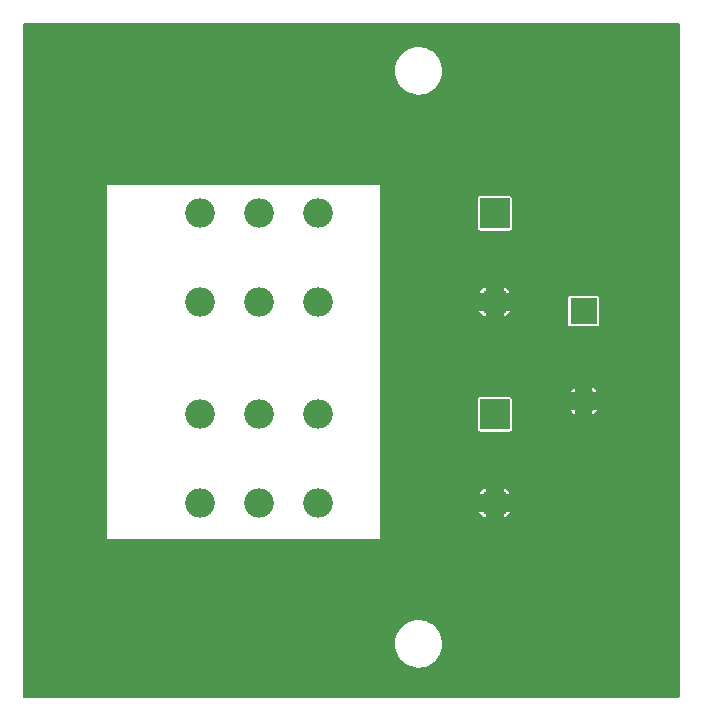
<source format=gbr>
%TF.GenerationSoftware,KiCad,Pcbnew,(6.0.0)*%
%TF.CreationDate,2024-03-29T19:30:21+00:00*%
%TF.ProjectId,Power_2Relais_TRX_PA,506f7765-725f-4325-9265-6c6169735f54,rev?*%
%TF.SameCoordinates,Original*%
%TF.FileFunction,Copper,L2,Bot*%
%TF.FilePolarity,Positive*%
%FSLAX46Y46*%
G04 Gerber Fmt 4.6, Leading zero omitted, Abs format (unit mm)*
G04 Created by KiCad (PCBNEW (6.0.0)) date 2024-03-29 19:30:21*
%MOMM*%
%LPD*%
G01*
G04 APERTURE LIST*
%TA.AperFunction,ComponentPad*%
%ADD10R,2.500000X2.500000*%
%TD*%
%TA.AperFunction,ComponentPad*%
%ADD11O,2.500000X2.500000*%
%TD*%
%TA.AperFunction,ComponentPad*%
%ADD12R,2.200000X2.200000*%
%TD*%
%TA.AperFunction,ComponentPad*%
%ADD13O,2.200000X2.200000*%
%TD*%
%TA.AperFunction,ViaPad*%
%ADD14C,1.000000*%
%TD*%
G04 APERTURE END LIST*
D10*
%TO.P,RL1,1*%
%TO.N,+*%
X164691500Y-75306500D03*
D11*
%TO.P,RL1,2*%
%TO.N,Net-(RL1-Pad2)*%
X149691500Y-75306500D03*
%TO.P,RL1,3*%
%TO.N,Ant.*%
X144691500Y-75306500D03*
%TO.P,RL1,4*%
%TO.N,PAoutput*%
X139691500Y-75306500D03*
%TO.P,RL1,5*%
X139691500Y-82806500D03*
%TO.P,RL1,6*%
%TO.N,Ant.*%
X144691500Y-82806500D03*
%TO.P,RL1,7*%
%TO.N,Net-(RL1-Pad2)*%
X149691500Y-82806500D03*
%TO.P,RL1,8*%
%TO.N,-*%
X164691500Y-82806500D03*
%TD*%
D10*
%TO.P,RL2,1*%
%TO.N,+*%
X164691500Y-92324500D03*
D11*
%TO.P,RL2,2*%
%TO.N,Net-(RL1-Pad2)*%
X149691500Y-92324500D03*
%TO.P,RL2,3*%
%TO.N,TRX*%
X144691500Y-92324500D03*
%TO.P,RL2,4*%
%TO.N,PAinput*%
X139691500Y-92324500D03*
%TO.P,RL2,5*%
X139691500Y-99824500D03*
%TO.P,RL2,6*%
%TO.N,TRX*%
X144691500Y-99824500D03*
%TO.P,RL2,7*%
%TO.N,Net-(RL1-Pad2)*%
X149691500Y-99824500D03*
%TO.P,RL2,8*%
%TO.N,-*%
X164691500Y-99824500D03*
%TD*%
D12*
%TO.P,D1,1,K*%
%TO.N,+*%
X172212000Y-83566000D03*
D13*
%TO.P,D1,2,A*%
%TO.N,-*%
X172212000Y-91186000D03*
%TD*%
D14*
%TO.N,-*%
X127000000Y-64770000D03*
X170180000Y-61214000D03*
X167640000Y-61214000D03*
X149860000Y-62992000D03*
X139700000Y-110744000D03*
X137160000Y-110744000D03*
X149860000Y-61214000D03*
X144780000Y-64770000D03*
X167640000Y-112268000D03*
X144780000Y-112522000D03*
X127000000Y-62992000D03*
X132334000Y-110744000D03*
X132334000Y-62992000D03*
X170180000Y-114046000D03*
X137160000Y-62992000D03*
X149860000Y-64770000D03*
X149860000Y-110744000D03*
X129794000Y-62992000D03*
X165100000Y-114046000D03*
X127000000Y-110744000D03*
X172720000Y-114046000D03*
X175260000Y-64770000D03*
X167640000Y-64770000D03*
X170180000Y-112268000D03*
X142240000Y-64770000D03*
X147320000Y-110744000D03*
X127000000Y-114300000D03*
X132334000Y-61214000D03*
X144780000Y-114300000D03*
X152400000Y-62992000D03*
X142240000Y-62992000D03*
X132334000Y-64770000D03*
X137160000Y-112522000D03*
X165100000Y-64770000D03*
X152400000Y-114300000D03*
X175260000Y-114046000D03*
X139700000Y-62992000D03*
X149860000Y-114300000D03*
X137160000Y-114300000D03*
X137160000Y-61214000D03*
X134620000Y-112522000D03*
X142240000Y-112522000D03*
X129794000Y-112522000D03*
X172720000Y-64770000D03*
X129794000Y-110744000D03*
X167640000Y-114046000D03*
X129794000Y-61214000D03*
X147320000Y-112522000D03*
X127000000Y-112522000D03*
X127000000Y-61214000D03*
X175260000Y-61214000D03*
X144780000Y-110744000D03*
X142240000Y-61214000D03*
X132334000Y-114300000D03*
X129794000Y-114300000D03*
X137160000Y-64770000D03*
X175260000Y-110744000D03*
X172720000Y-110744000D03*
X139700000Y-114300000D03*
X149860000Y-112522000D03*
X129794000Y-64770000D03*
X172720000Y-62992000D03*
X165100000Y-112268000D03*
X177800000Y-114046000D03*
X134620000Y-61214000D03*
X139700000Y-61214000D03*
X175260000Y-62992000D03*
X134620000Y-64770000D03*
X172720000Y-112268000D03*
X177800000Y-62992000D03*
X177800000Y-61214000D03*
X167640000Y-62992000D03*
X134620000Y-62992000D03*
X177800000Y-112268000D03*
X165100000Y-61214000D03*
X152400000Y-61214000D03*
X144780000Y-62992000D03*
X165100000Y-62992000D03*
X147320000Y-114300000D03*
X147320000Y-61214000D03*
X175260000Y-112268000D03*
X147320000Y-62992000D03*
X132334000Y-112522000D03*
X172720000Y-61214000D03*
X144780000Y-61214000D03*
X134620000Y-114300000D03*
X177800000Y-110744000D03*
X167640000Y-110744000D03*
X142240000Y-114300000D03*
X142240000Y-110744000D03*
X134620000Y-110744000D03*
X152400000Y-112522000D03*
X170180000Y-62992000D03*
X165100000Y-110744000D03*
X170180000Y-110744000D03*
X152400000Y-64770000D03*
X170180000Y-64770000D03*
X177800000Y-64770000D03*
X147320000Y-64770000D03*
X152400000Y-110744000D03*
X139700000Y-64770000D03*
X139700000Y-112522000D03*
%TD*%
%TA.AperFunction,Conductor*%
%TO.N,-*%
G36*
X180281621Y-59202502D02*
G01*
X180328114Y-59256158D01*
X180339500Y-59308500D01*
X180339500Y-116205500D01*
X180319498Y-116273621D01*
X180265842Y-116320114D01*
X180213500Y-116331500D01*
X124840500Y-116331500D01*
X124772379Y-116311498D01*
X124725886Y-116257842D01*
X124714500Y-116205500D01*
X124714500Y-111728497D01*
X156236637Y-111728497D01*
X156236881Y-111732932D01*
X156236881Y-111732936D01*
X156240105Y-111791503D01*
X156252205Y-112011370D01*
X156307474Y-112289226D01*
X156308950Y-112293429D01*
X156330181Y-112353885D01*
X156401342Y-112556524D01*
X156403395Y-112560477D01*
X156403398Y-112560483D01*
X156477360Y-112702865D01*
X156531936Y-112807928D01*
X156534519Y-112811543D01*
X156534523Y-112811549D01*
X156567176Y-112857242D01*
X156696651Y-113038424D01*
X156699729Y-113041651D01*
X156699731Y-113041653D01*
X156742355Y-113086334D01*
X156892199Y-113243412D01*
X157114680Y-113418801D01*
X157224927Y-113482837D01*
X157355807Y-113558859D01*
X157355813Y-113558862D01*
X157359654Y-113561093D01*
X157622232Y-113667448D01*
X157626545Y-113668519D01*
X157626550Y-113668521D01*
X157892856Y-113734672D01*
X157892861Y-113734673D01*
X157897177Y-113735745D01*
X157901605Y-113736199D01*
X157901607Y-113736199D01*
X157977307Y-113743955D01*
X158138790Y-113760500D01*
X158314170Y-113760500D01*
X158524593Y-113745601D01*
X158528948Y-113744663D01*
X158528951Y-113744663D01*
X158797200Y-113686911D01*
X158797202Y-113686911D01*
X158801547Y-113685975D01*
X159067337Y-113587920D01*
X159316660Y-113453393D01*
X159544540Y-113285078D01*
X159746430Y-113086334D01*
X159749131Y-113082794D01*
X159749137Y-113082788D01*
X159915602Y-112864667D01*
X159915605Y-112864663D01*
X159918304Y-112861126D01*
X160056730Y-112613947D01*
X160078946Y-112556524D01*
X160157341Y-112353885D01*
X160157343Y-112353879D01*
X160158948Y-112349730D01*
X160222918Y-112073747D01*
X160247363Y-111791503D01*
X160244140Y-111732936D01*
X160232040Y-111513073D01*
X160232039Y-111513066D01*
X160231795Y-111508630D01*
X160176526Y-111230774D01*
X160155279Y-111170270D01*
X160084136Y-110967684D01*
X160084135Y-110967681D01*
X160082658Y-110963476D01*
X160080605Y-110959523D01*
X160080602Y-110959517D01*
X159954116Y-110716023D01*
X159952064Y-110712072D01*
X159949481Y-110708457D01*
X159949477Y-110708451D01*
X159869858Y-110597037D01*
X159787349Y-110481576D01*
X159745028Y-110437212D01*
X159594876Y-110279811D01*
X159594873Y-110279808D01*
X159591801Y-110276588D01*
X159369320Y-110101199D01*
X159259073Y-110037163D01*
X159128193Y-109961141D01*
X159128187Y-109961138D01*
X159124346Y-109958907D01*
X158861768Y-109852552D01*
X158857455Y-109851481D01*
X158857450Y-109851479D01*
X158591144Y-109785328D01*
X158591139Y-109785327D01*
X158586823Y-109784255D01*
X158582395Y-109783801D01*
X158582393Y-109783801D01*
X158487552Y-109774084D01*
X158345210Y-109759500D01*
X158169830Y-109759500D01*
X157959407Y-109774399D01*
X157955052Y-109775337D01*
X157955049Y-109775337D01*
X157686800Y-109833089D01*
X157686798Y-109833089D01*
X157682453Y-109834025D01*
X157416663Y-109932080D01*
X157167340Y-110066607D01*
X156939460Y-110234922D01*
X156737570Y-110433666D01*
X156734869Y-110437206D01*
X156734863Y-110437212D01*
X156698237Y-110485204D01*
X156565696Y-110658874D01*
X156427270Y-110906053D01*
X156425662Y-110910211D01*
X156425659Y-110910216D01*
X156326659Y-111166115D01*
X156325052Y-111170270D01*
X156261082Y-111446253D01*
X156236637Y-111728497D01*
X124714500Y-111728497D01*
X124714500Y-102870000D01*
X131826000Y-102870000D01*
X154940000Y-102870000D01*
X154940000Y-100579239D01*
X163391641Y-100579239D01*
X163393890Y-100585471D01*
X163468389Y-100707041D01*
X163474189Y-100715025D01*
X163621515Y-100887521D01*
X163628479Y-100894485D01*
X163800975Y-101041811D01*
X163808959Y-101047611D01*
X163926053Y-101119367D01*
X163939666Y-101123050D01*
X163940162Y-101122452D01*
X163941500Y-101115969D01*
X163941500Y-101110718D01*
X165441500Y-101110718D01*
X165445473Y-101124249D01*
X165446239Y-101124359D01*
X165452471Y-101122110D01*
X165574041Y-101047611D01*
X165582025Y-101041811D01*
X165754521Y-100894485D01*
X165761485Y-100887521D01*
X165908811Y-100715025D01*
X165914611Y-100707041D01*
X165986367Y-100589947D01*
X165990050Y-100576334D01*
X165989452Y-100575838D01*
X165982969Y-100574500D01*
X165459615Y-100574500D01*
X165444376Y-100578975D01*
X165443171Y-100580365D01*
X165441500Y-100588048D01*
X165441500Y-101110718D01*
X163941500Y-101110718D01*
X163941500Y-100592615D01*
X163937025Y-100577376D01*
X163935635Y-100576171D01*
X163927952Y-100574500D01*
X163405282Y-100574500D01*
X163391751Y-100578473D01*
X163391641Y-100579239D01*
X154940000Y-100579239D01*
X154940000Y-99072666D01*
X163392950Y-99072666D01*
X163393548Y-99073162D01*
X163400031Y-99074500D01*
X163923385Y-99074500D01*
X163938624Y-99070025D01*
X163939829Y-99068635D01*
X163941500Y-99060952D01*
X163941500Y-99056385D01*
X165441500Y-99056385D01*
X165445975Y-99071624D01*
X165447365Y-99072829D01*
X165455048Y-99074500D01*
X165977718Y-99074500D01*
X165991249Y-99070527D01*
X165991359Y-99069761D01*
X165989110Y-99063529D01*
X165914611Y-98941959D01*
X165908811Y-98933975D01*
X165761485Y-98761479D01*
X165754521Y-98754515D01*
X165582025Y-98607189D01*
X165574041Y-98601389D01*
X165456947Y-98529633D01*
X165443334Y-98525950D01*
X165442838Y-98526548D01*
X165441500Y-98533031D01*
X165441500Y-99056385D01*
X163941500Y-99056385D01*
X163941500Y-98538282D01*
X163937527Y-98524751D01*
X163936761Y-98524641D01*
X163930529Y-98526890D01*
X163808959Y-98601389D01*
X163800975Y-98607189D01*
X163628479Y-98754515D01*
X163621515Y-98761479D01*
X163474189Y-98933975D01*
X163468389Y-98941959D01*
X163396633Y-99059053D01*
X163392950Y-99072666D01*
X154940000Y-99072666D01*
X154940000Y-93594248D01*
X163241000Y-93594248D01*
X163252633Y-93652731D01*
X163296948Y-93719052D01*
X163363269Y-93763367D01*
X163375438Y-93765788D01*
X163375439Y-93765788D01*
X163415684Y-93773793D01*
X163421752Y-93775000D01*
X165961248Y-93775000D01*
X165967316Y-93773793D01*
X166007561Y-93765788D01*
X166007562Y-93765788D01*
X166019731Y-93763367D01*
X166086052Y-93719052D01*
X166130367Y-93652731D01*
X166142000Y-93594248D01*
X166142000Y-91940741D01*
X171087982Y-91940741D01*
X171090228Y-91946965D01*
X171112934Y-91984019D01*
X171119012Y-91992323D01*
X171258025Y-92152804D01*
X171265387Y-92160014D01*
X171428736Y-92295628D01*
X171437183Y-92301543D01*
X171446359Y-92306905D01*
X171460046Y-92310301D01*
X171460965Y-92309145D01*
X171462000Y-92303849D01*
X171462000Y-92296158D01*
X172962000Y-92296158D01*
X172965751Y-92308931D01*
X172974284Y-92305511D01*
X173084742Y-92226722D01*
X173092603Y-92220078D01*
X173242995Y-92070210D01*
X173249672Y-92062365D01*
X173329903Y-91950712D01*
X173334290Y-91938208D01*
X173325273Y-91936000D01*
X172980115Y-91936000D01*
X172964876Y-91940475D01*
X172963671Y-91941865D01*
X172962000Y-91949548D01*
X172962000Y-92296158D01*
X171462000Y-92296158D01*
X171462000Y-91954115D01*
X171457525Y-91938876D01*
X171456135Y-91937671D01*
X171448452Y-91936000D01*
X171101623Y-91936000D01*
X171088092Y-91939973D01*
X171087982Y-91940741D01*
X166142000Y-91940741D01*
X166142000Y-91054752D01*
X166130367Y-90996269D01*
X166086052Y-90929948D01*
X166019731Y-90885633D01*
X166007562Y-90883212D01*
X166007561Y-90883212D01*
X165967316Y-90875207D01*
X165961248Y-90874000D01*
X163421752Y-90874000D01*
X163415684Y-90875207D01*
X163375439Y-90883212D01*
X163375438Y-90883212D01*
X163363269Y-90885633D01*
X163296948Y-90929948D01*
X163252633Y-90996269D01*
X163241000Y-91054752D01*
X163241000Y-93594248D01*
X154940000Y-93594248D01*
X154940000Y-90434046D01*
X171090495Y-90434046D01*
X171098918Y-90436000D01*
X171443885Y-90436000D01*
X171459124Y-90431525D01*
X171460329Y-90430135D01*
X171462000Y-90422452D01*
X171462000Y-90417885D01*
X172962000Y-90417885D01*
X172966475Y-90433124D01*
X172967865Y-90434329D01*
X172975548Y-90436000D01*
X173321408Y-90436000D01*
X173334918Y-90432033D01*
X173332112Y-90424544D01*
X173291246Y-90361375D01*
X173284955Y-90353206D01*
X173142068Y-90196176D01*
X173134535Y-90189151D01*
X172971995Y-90060785D01*
X172964093Y-90059027D01*
X172962714Y-90060852D01*
X172962000Y-90064756D01*
X172962000Y-90417885D01*
X171462000Y-90417885D01*
X171462000Y-90073974D01*
X171458374Y-90061626D01*
X171449306Y-90065390D01*
X171314098Y-90166907D01*
X171306391Y-90173750D01*
X171159709Y-90327243D01*
X171153223Y-90335253D01*
X171094707Y-90421034D01*
X171090495Y-90434046D01*
X154940000Y-90434046D01*
X154940000Y-84685748D01*
X170911500Y-84685748D01*
X170923133Y-84744231D01*
X170967448Y-84810552D01*
X171033769Y-84854867D01*
X171045938Y-84857288D01*
X171045939Y-84857288D01*
X171086184Y-84865293D01*
X171092252Y-84866500D01*
X173331748Y-84866500D01*
X173337816Y-84865293D01*
X173378061Y-84857288D01*
X173378062Y-84857288D01*
X173390231Y-84854867D01*
X173456552Y-84810552D01*
X173500867Y-84744231D01*
X173512500Y-84685748D01*
X173512500Y-82446252D01*
X173500867Y-82387769D01*
X173456552Y-82321448D01*
X173390231Y-82277133D01*
X173378062Y-82274712D01*
X173378061Y-82274712D01*
X173337816Y-82266707D01*
X173331748Y-82265500D01*
X171092252Y-82265500D01*
X171086184Y-82266707D01*
X171045939Y-82274712D01*
X171045938Y-82274712D01*
X171033769Y-82277133D01*
X170967448Y-82321448D01*
X170923133Y-82387769D01*
X170911500Y-82446252D01*
X170911500Y-84685748D01*
X154940000Y-84685748D01*
X154940000Y-83561239D01*
X163391641Y-83561239D01*
X163393890Y-83567471D01*
X163468389Y-83689041D01*
X163474189Y-83697025D01*
X163621515Y-83869521D01*
X163628479Y-83876485D01*
X163800975Y-84023811D01*
X163808959Y-84029611D01*
X163926053Y-84101367D01*
X163939666Y-84105050D01*
X163940162Y-84104452D01*
X163941500Y-84097969D01*
X163941500Y-84092718D01*
X165441500Y-84092718D01*
X165445473Y-84106249D01*
X165446239Y-84106359D01*
X165452471Y-84104110D01*
X165574041Y-84029611D01*
X165582025Y-84023811D01*
X165754521Y-83876485D01*
X165761485Y-83869521D01*
X165908811Y-83697025D01*
X165914611Y-83689041D01*
X165986367Y-83571947D01*
X165990050Y-83558334D01*
X165989452Y-83557838D01*
X165982969Y-83556500D01*
X165459615Y-83556500D01*
X165444376Y-83560975D01*
X165443171Y-83562365D01*
X165441500Y-83570048D01*
X165441500Y-84092718D01*
X163941500Y-84092718D01*
X163941500Y-83574615D01*
X163937025Y-83559376D01*
X163935635Y-83558171D01*
X163927952Y-83556500D01*
X163405282Y-83556500D01*
X163391751Y-83560473D01*
X163391641Y-83561239D01*
X154940000Y-83561239D01*
X154940000Y-82054666D01*
X163392950Y-82054666D01*
X163393548Y-82055162D01*
X163400031Y-82056500D01*
X163923385Y-82056500D01*
X163938624Y-82052025D01*
X163939829Y-82050635D01*
X163941500Y-82042952D01*
X163941500Y-82038385D01*
X165441500Y-82038385D01*
X165445975Y-82053624D01*
X165447365Y-82054829D01*
X165455048Y-82056500D01*
X165977718Y-82056500D01*
X165991249Y-82052527D01*
X165991359Y-82051761D01*
X165989110Y-82045529D01*
X165914611Y-81923959D01*
X165908811Y-81915975D01*
X165761485Y-81743479D01*
X165754521Y-81736515D01*
X165582025Y-81589189D01*
X165574041Y-81583389D01*
X165456947Y-81511633D01*
X165443334Y-81507950D01*
X165442838Y-81508548D01*
X165441500Y-81515031D01*
X165441500Y-82038385D01*
X163941500Y-82038385D01*
X163941500Y-81520282D01*
X163937527Y-81506751D01*
X163936761Y-81506641D01*
X163930529Y-81508890D01*
X163808959Y-81583389D01*
X163800975Y-81589189D01*
X163628479Y-81736515D01*
X163621515Y-81743479D01*
X163474189Y-81915975D01*
X163468389Y-81923959D01*
X163396633Y-82041053D01*
X163392950Y-82054666D01*
X154940000Y-82054666D01*
X154940000Y-76576248D01*
X163241000Y-76576248D01*
X163252633Y-76634731D01*
X163296948Y-76701052D01*
X163363269Y-76745367D01*
X163375438Y-76747788D01*
X163375439Y-76747788D01*
X163415684Y-76755793D01*
X163421752Y-76757000D01*
X165961248Y-76757000D01*
X165967316Y-76755793D01*
X166007561Y-76747788D01*
X166007562Y-76747788D01*
X166019731Y-76745367D01*
X166086052Y-76701052D01*
X166130367Y-76634731D01*
X166142000Y-76576248D01*
X166142000Y-74036752D01*
X166130367Y-73978269D01*
X166086052Y-73911948D01*
X166019731Y-73867633D01*
X166007562Y-73865212D01*
X166007561Y-73865212D01*
X165967316Y-73857207D01*
X165961248Y-73856000D01*
X163421752Y-73856000D01*
X163415684Y-73857207D01*
X163375439Y-73865212D01*
X163375438Y-73865212D01*
X163363269Y-73867633D01*
X163296948Y-73911948D01*
X163252633Y-73978269D01*
X163241000Y-74036752D01*
X163241000Y-76576248D01*
X154940000Y-76576248D01*
X154940000Y-72898000D01*
X131826000Y-72898000D01*
X131826000Y-102870000D01*
X124714500Y-102870000D01*
X124714500Y-63214497D01*
X156236637Y-63214497D01*
X156236881Y-63218932D01*
X156236881Y-63218936D01*
X156240105Y-63277503D01*
X156252205Y-63497370D01*
X156307474Y-63775226D01*
X156308950Y-63779429D01*
X156330181Y-63839885D01*
X156401342Y-64042524D01*
X156403395Y-64046477D01*
X156403398Y-64046483D01*
X156477360Y-64188865D01*
X156531936Y-64293928D01*
X156534519Y-64297543D01*
X156534523Y-64297549D01*
X156567176Y-64343242D01*
X156696651Y-64524424D01*
X156699729Y-64527651D01*
X156699731Y-64527653D01*
X156742355Y-64572334D01*
X156892199Y-64729412D01*
X157114680Y-64904801D01*
X157224927Y-64968837D01*
X157355807Y-65044859D01*
X157355813Y-65044862D01*
X157359654Y-65047093D01*
X157622232Y-65153448D01*
X157626545Y-65154519D01*
X157626550Y-65154521D01*
X157892856Y-65220672D01*
X157892861Y-65220673D01*
X157897177Y-65221745D01*
X157901605Y-65222199D01*
X157901607Y-65222199D01*
X157977307Y-65229955D01*
X158138790Y-65246500D01*
X158314170Y-65246500D01*
X158524593Y-65231601D01*
X158528948Y-65230663D01*
X158528951Y-65230663D01*
X158797200Y-65172911D01*
X158797202Y-65172911D01*
X158801547Y-65171975D01*
X159067337Y-65073920D01*
X159316660Y-64939393D01*
X159544540Y-64771078D01*
X159746430Y-64572334D01*
X159749131Y-64568794D01*
X159749137Y-64568788D01*
X159915602Y-64350667D01*
X159915605Y-64350663D01*
X159918304Y-64347126D01*
X160056730Y-64099947D01*
X160078946Y-64042524D01*
X160157341Y-63839885D01*
X160157343Y-63839879D01*
X160158948Y-63835730D01*
X160222918Y-63559747D01*
X160247363Y-63277503D01*
X160244140Y-63218936D01*
X160232040Y-62999073D01*
X160232039Y-62999066D01*
X160231795Y-62994630D01*
X160176526Y-62716774D01*
X160155279Y-62656270D01*
X160084136Y-62453684D01*
X160084135Y-62453681D01*
X160082658Y-62449476D01*
X160080605Y-62445523D01*
X160080602Y-62445517D01*
X159954116Y-62202023D01*
X159952064Y-62198072D01*
X159949481Y-62194457D01*
X159949477Y-62194451D01*
X159869858Y-62083037D01*
X159787349Y-61967576D01*
X159745028Y-61923212D01*
X159594876Y-61765811D01*
X159594873Y-61765808D01*
X159591801Y-61762588D01*
X159369320Y-61587199D01*
X159259073Y-61523163D01*
X159128193Y-61447141D01*
X159128187Y-61447138D01*
X159124346Y-61444907D01*
X158861768Y-61338552D01*
X158857455Y-61337481D01*
X158857450Y-61337479D01*
X158591144Y-61271328D01*
X158591139Y-61271327D01*
X158586823Y-61270255D01*
X158582395Y-61269801D01*
X158582393Y-61269801D01*
X158487552Y-61260084D01*
X158345210Y-61245500D01*
X158169830Y-61245500D01*
X157959407Y-61260399D01*
X157955052Y-61261337D01*
X157955049Y-61261337D01*
X157686800Y-61319089D01*
X157686798Y-61319089D01*
X157682453Y-61320025D01*
X157416663Y-61418080D01*
X157167340Y-61552607D01*
X156939460Y-61720922D01*
X156737570Y-61919666D01*
X156734869Y-61923206D01*
X156734863Y-61923212D01*
X156698237Y-61971204D01*
X156565696Y-62144874D01*
X156427270Y-62392053D01*
X156425662Y-62396211D01*
X156425659Y-62396216D01*
X156326659Y-62652115D01*
X156325052Y-62656270D01*
X156261082Y-62932253D01*
X156236637Y-63214497D01*
X124714500Y-63214497D01*
X124714500Y-59308500D01*
X124734502Y-59240379D01*
X124788158Y-59193886D01*
X124840500Y-59182500D01*
X180213500Y-59182500D01*
X180281621Y-59202502D01*
G37*
%TD.AperFunction*%
%TD*%
M02*

</source>
